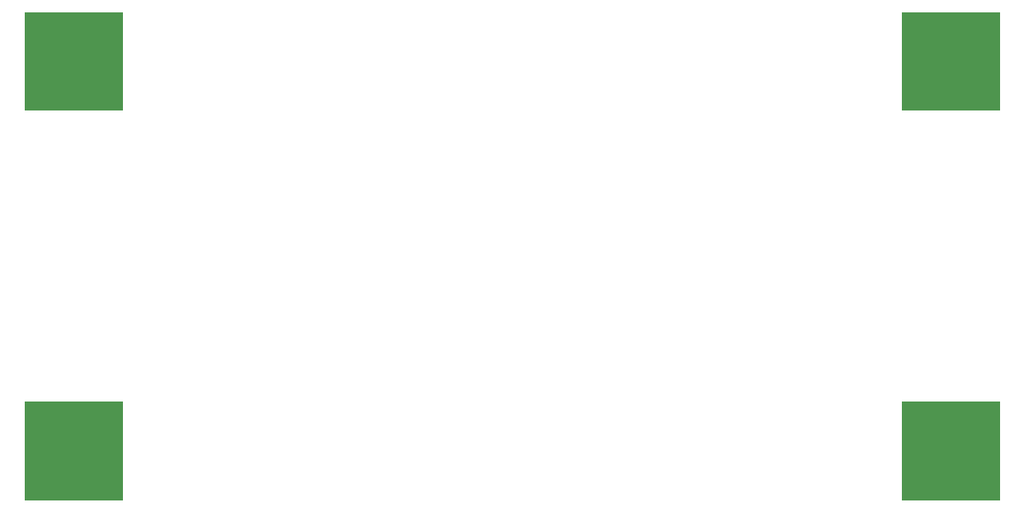
<source format=gbr>
%TF.GenerationSoftware,KiCad,Pcbnew,9.0.2*%
%TF.CreationDate,2025-06-13T16:07:32+08:00*%
%TF.ProjectId,DSCHG_TSMP,44534348-475f-4545-934d-502e6b696361,rev?*%
%TF.SameCoordinates,Original*%
%TF.FileFunction,Legend,Bot*%
%TF.FilePolarity,Positive*%
%FSLAX46Y46*%
G04 Gerber Fmt 4.6, Leading zero omitted, Abs format (unit mm)*
G04 Created by KiCad (PCBNEW 9.0.2) date 2025-06-13 16:07:32*
%MOMM*%
%LPD*%
G01*
G04 APERTURE LIST*
%ADD10C,0.100000*%
G04 APERTURE END LIST*
D10*
X240000000Y-110000000D02*
X250000000Y-110000000D01*
X250000000Y-120000000D01*
X240000000Y-120000000D01*
X240000000Y-110000000D01*
G36*
X240000000Y-110000000D02*
G01*
X250000000Y-110000000D01*
X250000000Y-120000000D01*
X240000000Y-120000000D01*
X240000000Y-110000000D01*
G37*
X150000000Y-70000000D02*
X160000000Y-70000000D01*
X160000000Y-80000000D01*
X150000000Y-80000000D01*
X150000000Y-70000000D01*
G36*
X150000000Y-70000000D02*
G01*
X160000000Y-70000000D01*
X160000000Y-80000000D01*
X150000000Y-80000000D01*
X150000000Y-70000000D01*
G37*
X240000000Y-70000000D02*
X250000000Y-70000000D01*
X250000000Y-80000000D01*
X240000000Y-80000000D01*
X240000000Y-70000000D01*
G36*
X240000000Y-70000000D02*
G01*
X250000000Y-70000000D01*
X250000000Y-80000000D01*
X240000000Y-80000000D01*
X240000000Y-70000000D01*
G37*
X150000000Y-110000000D02*
X160000000Y-110000000D01*
X160000000Y-120000000D01*
X150000000Y-120000000D01*
X150000000Y-110000000D01*
G36*
X150000000Y-110000000D02*
G01*
X160000000Y-110000000D01*
X160000000Y-120000000D01*
X150000000Y-120000000D01*
X150000000Y-110000000D01*
G37*
M02*

</source>
